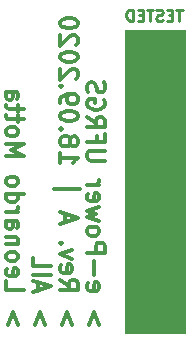
<source format=gbr>
G04 #@! TF.GenerationSoftware,KiCad,Pcbnew,(5.1.5)-3*
G04 #@! TF.CreationDate,2020-09-18T03:11:52-03:00*
G04 #@! TF.ProjectId,AIL,41494c2e-6b69-4636-9164-5f7063625858,rev?*
G04 #@! TF.SameCoordinates,Original*
G04 #@! TF.FileFunction,Legend,Bot*
G04 #@! TF.FilePolarity,Positive*
%FSLAX46Y46*%
G04 Gerber Fmt 4.6, Leading zero omitted, Abs format (unit mm)*
G04 Created by KiCad (PCBNEW (5.1.5)-3) date 2020-09-18 03:11:52*
%MOMM*%
%LPD*%
G04 APERTURE LIST*
%ADD10C,0.225000*%
%ADD11C,0.300000*%
%ADD12C,0.100000*%
G04 APERTURE END LIST*
D10*
X157370273Y-99722190D02*
X156827416Y-99722190D01*
X157098845Y-100672190D02*
X157098845Y-99722190D01*
X156510750Y-100174571D02*
X156194083Y-100174571D01*
X156058369Y-100672190D02*
X156510750Y-100672190D01*
X156510750Y-99722190D01*
X156058369Y-99722190D01*
X155696464Y-100626952D02*
X155560750Y-100672190D01*
X155334559Y-100672190D01*
X155244083Y-100626952D01*
X155198845Y-100581714D01*
X155153607Y-100491238D01*
X155153607Y-100400762D01*
X155198845Y-100310286D01*
X155244083Y-100265048D01*
X155334559Y-100219809D01*
X155515511Y-100174571D01*
X155605988Y-100129333D01*
X155651226Y-100084095D01*
X155696464Y-99993619D01*
X155696464Y-99903143D01*
X155651226Y-99812667D01*
X155605988Y-99767429D01*
X155515511Y-99722190D01*
X155289321Y-99722190D01*
X155153607Y-99767429D01*
X154882178Y-99722190D02*
X154339321Y-99722190D01*
X154610750Y-100672190D02*
X154610750Y-99722190D01*
X154022654Y-100174571D02*
X153705988Y-100174571D01*
X153570273Y-100672190D02*
X154022654Y-100672190D01*
X154022654Y-99722190D01*
X153570273Y-99722190D01*
X153163130Y-100672190D02*
X153163130Y-99722190D01*
X152936940Y-99722190D01*
X152801226Y-99767429D01*
X152710750Y-99857905D01*
X152665511Y-99948381D01*
X152620273Y-100129333D01*
X152620273Y-100265048D01*
X152665511Y-100446000D01*
X152710750Y-100536476D01*
X152801226Y-100626952D01*
X152936940Y-100672190D01*
X153163130Y-100672190D01*
D11*
X143450428Y-126447857D02*
X143021857Y-125305000D01*
X142593285Y-126447857D01*
X142450428Y-122733571D02*
X142450428Y-123447857D01*
X143950428Y-123447857D01*
X142521857Y-121662142D02*
X142450428Y-121805000D01*
X142450428Y-122090714D01*
X142521857Y-122233571D01*
X142664714Y-122305000D01*
X143236142Y-122305000D01*
X143379000Y-122233571D01*
X143450428Y-122090714D01*
X143450428Y-121805000D01*
X143379000Y-121662142D01*
X143236142Y-121590714D01*
X143093285Y-121590714D01*
X142950428Y-122305000D01*
X142450428Y-120733571D02*
X142521857Y-120876428D01*
X142593285Y-120947857D01*
X142736142Y-121019285D01*
X143164714Y-121019285D01*
X143307571Y-120947857D01*
X143379000Y-120876428D01*
X143450428Y-120733571D01*
X143450428Y-120519285D01*
X143379000Y-120376428D01*
X143307571Y-120305000D01*
X143164714Y-120233571D01*
X142736142Y-120233571D01*
X142593285Y-120305000D01*
X142521857Y-120376428D01*
X142450428Y-120519285D01*
X142450428Y-120733571D01*
X143450428Y-119590714D02*
X142450428Y-119590714D01*
X143307571Y-119590714D02*
X143379000Y-119519285D01*
X143450428Y-119376428D01*
X143450428Y-119162142D01*
X143379000Y-119019285D01*
X143236142Y-118947857D01*
X142450428Y-118947857D01*
X142450428Y-117590714D02*
X143236142Y-117590714D01*
X143379000Y-117662142D01*
X143450428Y-117805000D01*
X143450428Y-118090714D01*
X143379000Y-118233571D01*
X142521857Y-117590714D02*
X142450428Y-117733571D01*
X142450428Y-118090714D01*
X142521857Y-118233571D01*
X142664714Y-118305000D01*
X142807571Y-118305000D01*
X142950428Y-118233571D01*
X143021857Y-118090714D01*
X143021857Y-117733571D01*
X143093285Y-117590714D01*
X142450428Y-116876428D02*
X143450428Y-116876428D01*
X143164714Y-116876428D02*
X143307571Y-116805000D01*
X143379000Y-116733571D01*
X143450428Y-116590714D01*
X143450428Y-116447857D01*
X142450428Y-115305000D02*
X143950428Y-115305000D01*
X142521857Y-115305000D02*
X142450428Y-115447857D01*
X142450428Y-115733571D01*
X142521857Y-115876428D01*
X142593285Y-115947857D01*
X142736142Y-116019285D01*
X143164714Y-116019285D01*
X143307571Y-115947857D01*
X143379000Y-115876428D01*
X143450428Y-115733571D01*
X143450428Y-115447857D01*
X143379000Y-115305000D01*
X142450428Y-114376428D02*
X142521857Y-114519285D01*
X142593285Y-114590714D01*
X142736142Y-114662142D01*
X143164714Y-114662142D01*
X143307571Y-114590714D01*
X143379000Y-114519285D01*
X143450428Y-114376428D01*
X143450428Y-114162142D01*
X143379000Y-114019285D01*
X143307571Y-113947857D01*
X143164714Y-113876428D01*
X142736142Y-113876428D01*
X142593285Y-113947857D01*
X142521857Y-114019285D01*
X142450428Y-114162142D01*
X142450428Y-114376428D01*
X142450428Y-112090714D02*
X143950428Y-112090714D01*
X142879000Y-111590714D01*
X143950428Y-111090714D01*
X142450428Y-111090714D01*
X142450428Y-110162142D02*
X142521857Y-110305000D01*
X142593285Y-110376428D01*
X142736142Y-110447857D01*
X143164714Y-110447857D01*
X143307571Y-110376428D01*
X143379000Y-110305000D01*
X143450428Y-110162142D01*
X143450428Y-109947857D01*
X143379000Y-109805000D01*
X143307571Y-109733571D01*
X143164714Y-109662142D01*
X142736142Y-109662142D01*
X142593285Y-109733571D01*
X142521857Y-109805000D01*
X142450428Y-109947857D01*
X142450428Y-110162142D01*
X143450428Y-109233571D02*
X143450428Y-108662142D01*
X143950428Y-109019285D02*
X142664714Y-109019285D01*
X142521857Y-108947857D01*
X142450428Y-108805000D01*
X142450428Y-108662142D01*
X143450428Y-108376428D02*
X143450428Y-107805000D01*
X143950428Y-108162142D02*
X142664714Y-108162142D01*
X142521857Y-108090714D01*
X142450428Y-107947857D01*
X142450428Y-107805000D01*
X142450428Y-106662142D02*
X143236142Y-106662142D01*
X143379000Y-106733571D01*
X143450428Y-106876428D01*
X143450428Y-107162142D01*
X143379000Y-107305000D01*
X142521857Y-106662142D02*
X142450428Y-106805000D01*
X142450428Y-107162142D01*
X142521857Y-107305000D01*
X142664714Y-107376428D01*
X142807571Y-107376428D01*
X142950428Y-107305000D01*
X143021857Y-107162142D01*
X143021857Y-106805000D01*
X143093285Y-106662142D01*
D10*
X157370273Y-105437190D02*
X156827416Y-105437190D01*
X157098845Y-106387190D02*
X157098845Y-105437190D01*
X156510750Y-105889571D02*
X156194083Y-105889571D01*
X156058369Y-106387190D02*
X156510750Y-106387190D01*
X156510750Y-105437190D01*
X156058369Y-105437190D01*
X155696464Y-106341952D02*
X155560750Y-106387190D01*
X155334559Y-106387190D01*
X155244083Y-106341952D01*
X155198845Y-106296714D01*
X155153607Y-106206238D01*
X155153607Y-106115762D01*
X155198845Y-106025286D01*
X155244083Y-105980048D01*
X155334559Y-105934809D01*
X155515511Y-105889571D01*
X155605988Y-105844333D01*
X155651226Y-105799095D01*
X155696464Y-105708619D01*
X155696464Y-105618143D01*
X155651226Y-105527667D01*
X155605988Y-105482429D01*
X155515511Y-105437190D01*
X155289321Y-105437190D01*
X155153607Y-105482429D01*
X154882178Y-105437190D02*
X154339321Y-105437190D01*
X154610750Y-106387190D02*
X154610750Y-105437190D01*
X154022654Y-105889571D02*
X153705988Y-105889571D01*
X153570273Y-106387190D02*
X154022654Y-106387190D01*
X154022654Y-105437190D01*
X153570273Y-105437190D01*
X153163130Y-106387190D02*
X153163130Y-105437190D01*
X152936940Y-105437190D01*
X152801226Y-105482429D01*
X152710750Y-105572905D01*
X152665511Y-105663381D01*
X152620273Y-105844333D01*
X152620273Y-105980048D01*
X152665511Y-106161000D01*
X152710750Y-106251476D01*
X152801226Y-106341952D01*
X152936940Y-106387190D01*
X153163130Y-106387190D01*
D11*
X145736428Y-126447857D02*
X145307857Y-125305000D01*
X144879285Y-126447857D01*
X145165000Y-123519285D02*
X145165000Y-122805000D01*
X144736428Y-123662142D02*
X146236428Y-123162142D01*
X144736428Y-122662142D01*
X144736428Y-122162142D02*
X146236428Y-122162142D01*
X144736428Y-120733571D02*
X144736428Y-121447857D01*
X146236428Y-121447857D01*
X148022428Y-126447857D02*
X147593857Y-125305000D01*
X147165285Y-126447857D01*
X147022428Y-122590714D02*
X147736714Y-123090714D01*
X147022428Y-123447857D02*
X148522428Y-123447857D01*
X148522428Y-122876428D01*
X148451000Y-122733571D01*
X148379571Y-122662142D01*
X148236714Y-122590714D01*
X148022428Y-122590714D01*
X147879571Y-122662142D01*
X147808142Y-122733571D01*
X147736714Y-122876428D01*
X147736714Y-123447857D01*
X147093857Y-121376428D02*
X147022428Y-121519285D01*
X147022428Y-121805000D01*
X147093857Y-121947857D01*
X147236714Y-122019285D01*
X147808142Y-122019285D01*
X147951000Y-121947857D01*
X148022428Y-121805000D01*
X148022428Y-121519285D01*
X147951000Y-121376428D01*
X147808142Y-121305000D01*
X147665285Y-121305000D01*
X147522428Y-122019285D01*
X148022428Y-120805000D02*
X147022428Y-120447857D01*
X148022428Y-120090714D01*
X147165285Y-119519285D02*
X147093857Y-119447857D01*
X147022428Y-119519285D01*
X147093857Y-119590714D01*
X147165285Y-119519285D01*
X147022428Y-119519285D01*
X147451000Y-117733571D02*
X147451000Y-117019285D01*
X147022428Y-117876428D02*
X148522428Y-117376428D01*
X147022428Y-116876428D01*
X146522428Y-114876428D02*
X148665285Y-114876428D01*
X147022428Y-111876428D02*
X147022428Y-112733571D01*
X147022428Y-112305000D02*
X148522428Y-112305000D01*
X148308142Y-112447857D01*
X148165285Y-112590714D01*
X148093857Y-112733571D01*
X147879571Y-111019285D02*
X147951000Y-111162142D01*
X148022428Y-111233571D01*
X148165285Y-111305000D01*
X148236714Y-111305000D01*
X148379571Y-111233571D01*
X148451000Y-111162142D01*
X148522428Y-111019285D01*
X148522428Y-110733571D01*
X148451000Y-110590714D01*
X148379571Y-110519285D01*
X148236714Y-110447857D01*
X148165285Y-110447857D01*
X148022428Y-110519285D01*
X147951000Y-110590714D01*
X147879571Y-110733571D01*
X147879571Y-111019285D01*
X147808142Y-111162142D01*
X147736714Y-111233571D01*
X147593857Y-111305000D01*
X147308142Y-111305000D01*
X147165285Y-111233571D01*
X147093857Y-111162142D01*
X147022428Y-111019285D01*
X147022428Y-110733571D01*
X147093857Y-110590714D01*
X147165285Y-110519285D01*
X147308142Y-110447857D01*
X147593857Y-110447857D01*
X147736714Y-110519285D01*
X147808142Y-110590714D01*
X147879571Y-110733571D01*
X147165285Y-109805000D02*
X147093857Y-109733571D01*
X147022428Y-109805000D01*
X147093857Y-109876428D01*
X147165285Y-109805000D01*
X147022428Y-109805000D01*
X148522428Y-108805000D02*
X148522428Y-108662142D01*
X148451000Y-108519285D01*
X148379571Y-108447857D01*
X148236714Y-108376428D01*
X147951000Y-108305000D01*
X147593857Y-108305000D01*
X147308142Y-108376428D01*
X147165285Y-108447857D01*
X147093857Y-108519285D01*
X147022428Y-108662142D01*
X147022428Y-108805000D01*
X147093857Y-108947857D01*
X147165285Y-109019285D01*
X147308142Y-109090714D01*
X147593857Y-109162142D01*
X147951000Y-109162142D01*
X148236714Y-109090714D01*
X148379571Y-109019285D01*
X148451000Y-108947857D01*
X148522428Y-108805000D01*
X147022428Y-107590714D02*
X147022428Y-107305000D01*
X147093857Y-107162142D01*
X147165285Y-107090714D01*
X147379571Y-106947857D01*
X147665285Y-106876428D01*
X148236714Y-106876428D01*
X148379571Y-106947857D01*
X148451000Y-107019285D01*
X148522428Y-107162142D01*
X148522428Y-107447857D01*
X148451000Y-107590714D01*
X148379571Y-107662142D01*
X148236714Y-107733571D01*
X147879571Y-107733571D01*
X147736714Y-107662142D01*
X147665285Y-107590714D01*
X147593857Y-107447857D01*
X147593857Y-107162142D01*
X147665285Y-107019285D01*
X147736714Y-106947857D01*
X147879571Y-106876428D01*
X147165285Y-106233571D02*
X147093857Y-106162142D01*
X147022428Y-106233571D01*
X147093857Y-106305000D01*
X147165285Y-106233571D01*
X147022428Y-106233571D01*
X148379571Y-105590714D02*
X148451000Y-105519285D01*
X148522428Y-105376428D01*
X148522428Y-105019285D01*
X148451000Y-104876428D01*
X148379571Y-104805000D01*
X148236714Y-104733571D01*
X148093857Y-104733571D01*
X147879571Y-104805000D01*
X147022428Y-105662142D01*
X147022428Y-104733571D01*
X148522428Y-103805000D02*
X148522428Y-103662142D01*
X148451000Y-103519285D01*
X148379571Y-103447857D01*
X148236714Y-103376428D01*
X147951000Y-103305000D01*
X147593857Y-103305000D01*
X147308142Y-103376428D01*
X147165285Y-103447857D01*
X147093857Y-103519285D01*
X147022428Y-103662142D01*
X147022428Y-103805000D01*
X147093857Y-103947857D01*
X147165285Y-104019285D01*
X147308142Y-104090714D01*
X147593857Y-104162142D01*
X147951000Y-104162142D01*
X148236714Y-104090714D01*
X148379571Y-104019285D01*
X148451000Y-103947857D01*
X148522428Y-103805000D01*
X148379571Y-102733571D02*
X148451000Y-102662142D01*
X148522428Y-102519285D01*
X148522428Y-102162142D01*
X148451000Y-102019285D01*
X148379571Y-101947857D01*
X148236714Y-101876428D01*
X148093857Y-101876428D01*
X147879571Y-101947857D01*
X147022428Y-102805000D01*
X147022428Y-101876428D01*
X148522428Y-100947857D02*
X148522428Y-100805000D01*
X148451000Y-100662142D01*
X148379571Y-100590714D01*
X148236714Y-100519285D01*
X147951000Y-100447857D01*
X147593857Y-100447857D01*
X147308142Y-100519285D01*
X147165285Y-100590714D01*
X147093857Y-100662142D01*
X147022428Y-100805000D01*
X147022428Y-100947857D01*
X147093857Y-101090714D01*
X147165285Y-101162142D01*
X147308142Y-101233571D01*
X147593857Y-101305000D01*
X147951000Y-101305000D01*
X148236714Y-101233571D01*
X148379571Y-101162142D01*
X148451000Y-101090714D01*
X148522428Y-100947857D01*
X150308428Y-126447857D02*
X149879857Y-125305000D01*
X149451285Y-126447857D01*
X149379857Y-122876428D02*
X149308428Y-123019285D01*
X149308428Y-123305000D01*
X149379857Y-123447857D01*
X149522714Y-123519285D01*
X150094142Y-123519285D01*
X150237000Y-123447857D01*
X150308428Y-123305000D01*
X150308428Y-123019285D01*
X150237000Y-122876428D01*
X150094142Y-122805000D01*
X149951285Y-122805000D01*
X149808428Y-123519285D01*
X149879857Y-122162142D02*
X149879857Y-121019285D01*
X149308428Y-120305000D02*
X150808428Y-120305000D01*
X150808428Y-119733571D01*
X150737000Y-119590714D01*
X150665571Y-119519285D01*
X150522714Y-119447857D01*
X150308428Y-119447857D01*
X150165571Y-119519285D01*
X150094142Y-119590714D01*
X150022714Y-119733571D01*
X150022714Y-120305000D01*
X149308428Y-118590714D02*
X149379857Y-118733571D01*
X149451285Y-118805000D01*
X149594142Y-118876428D01*
X150022714Y-118876428D01*
X150165571Y-118805000D01*
X150237000Y-118733571D01*
X150308428Y-118590714D01*
X150308428Y-118376428D01*
X150237000Y-118233571D01*
X150165571Y-118162142D01*
X150022714Y-118090714D01*
X149594142Y-118090714D01*
X149451285Y-118162142D01*
X149379857Y-118233571D01*
X149308428Y-118376428D01*
X149308428Y-118590714D01*
X150308428Y-117590714D02*
X149308428Y-117305000D01*
X150022714Y-117019285D01*
X149308428Y-116733571D01*
X150308428Y-116447857D01*
X149379857Y-115305000D02*
X149308428Y-115447857D01*
X149308428Y-115733571D01*
X149379857Y-115876428D01*
X149522714Y-115947857D01*
X150094142Y-115947857D01*
X150237000Y-115876428D01*
X150308428Y-115733571D01*
X150308428Y-115447857D01*
X150237000Y-115305000D01*
X150094142Y-115233571D01*
X149951285Y-115233571D01*
X149808428Y-115947857D01*
X149308428Y-114590714D02*
X150308428Y-114590714D01*
X150022714Y-114590714D02*
X150165571Y-114519285D01*
X150237000Y-114447857D01*
X150308428Y-114305000D01*
X150308428Y-114162142D01*
X150808428Y-112519285D02*
X149594142Y-112519285D01*
X149451285Y-112447857D01*
X149379857Y-112376428D01*
X149308428Y-112233571D01*
X149308428Y-111947857D01*
X149379857Y-111805000D01*
X149451285Y-111733571D01*
X149594142Y-111662142D01*
X150808428Y-111662142D01*
X150094142Y-110447857D02*
X150094142Y-110947857D01*
X149308428Y-110947857D02*
X150808428Y-110947857D01*
X150808428Y-110233571D01*
X149308428Y-108805000D02*
X150022714Y-109305000D01*
X149308428Y-109662142D02*
X150808428Y-109662142D01*
X150808428Y-109090714D01*
X150737000Y-108947857D01*
X150665571Y-108876428D01*
X150522714Y-108805000D01*
X150308428Y-108805000D01*
X150165571Y-108876428D01*
X150094142Y-108947857D01*
X150022714Y-109090714D01*
X150022714Y-109662142D01*
X150737000Y-107376428D02*
X150808428Y-107519285D01*
X150808428Y-107733571D01*
X150737000Y-107947857D01*
X150594142Y-108090714D01*
X150451285Y-108162142D01*
X150165571Y-108233571D01*
X149951285Y-108233571D01*
X149665571Y-108162142D01*
X149522714Y-108090714D01*
X149379857Y-107947857D01*
X149308428Y-107733571D01*
X149308428Y-107590714D01*
X149379857Y-107376428D01*
X149451285Y-107305000D01*
X149951285Y-107305000D01*
X149951285Y-107590714D01*
X149379857Y-106733571D02*
X149308428Y-106519285D01*
X149308428Y-106162142D01*
X149379857Y-106019285D01*
X149451285Y-105947857D01*
X149594142Y-105876428D01*
X149737000Y-105876428D01*
X149879857Y-105947857D01*
X149951285Y-106019285D01*
X150022714Y-106162142D01*
X150094142Y-106447857D01*
X150165571Y-106590714D01*
X150237000Y-106662142D01*
X150379857Y-106733571D01*
X150522714Y-106733571D01*
X150665571Y-106662142D01*
X150737000Y-106590714D01*
X150808428Y-106447857D01*
X150808428Y-106090714D01*
X150737000Y-105876428D01*
D12*
G36*
X157607000Y-127127000D02*
G01*
X152527000Y-127127000D01*
X152527000Y-101473000D01*
X157607000Y-101473000D01*
X157607000Y-127127000D01*
G37*
X157607000Y-127127000D02*
X152527000Y-127127000D01*
X152527000Y-101473000D01*
X157607000Y-101473000D01*
X157607000Y-127127000D01*
M02*

</source>
